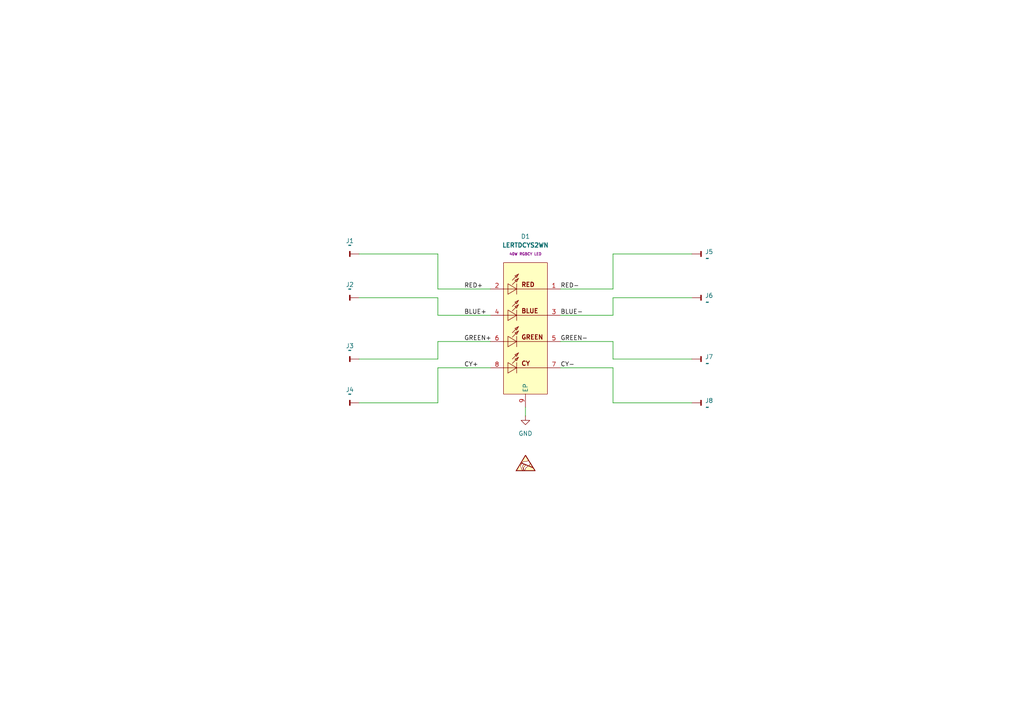
<source format=kicad_sch>
(kicad_sch (version 20231120) (generator "eeschema") (generator_version "8.0")
  (paper "A4")
  (title_block (title "AstraBeam LED") (date "2024-11-03") (rev "A") (company "LiveAstra Technologies"))
  (lib_symbols
    (symbol "Graphic:SYM_ESD_Small" (in_bom no) (on_board no)
      (symbol "SYM_ESD_Small_0_0"
        (polyline (pts (xy -1.27 0.381) (xy 2.159 -1.016)) (stroke (width 0.254)))
        (polyline (pts (xy -2.667 -1.905) (xy 2.794 -1.905) (xy 0 2.54) (xy -2.667 -1.905)) (stroke (width 0.254)))
        (polyline (pts (xy 2.7432 -1.905) (xy 2.7178 -1.8796) (xy 2.6162 -1.6764) (xy 2.5654 -1.6002) (xy 2.4892 -1.4986) (xy 2.4384 -1.3716) (xy 1.7526 -0.2286) (xy 1.7018 -0.127) (xy 1.6256 -0.0508) (xy 1.6002 0.0508) (xy 1.5494 0.1016) (xy 1.4986 0.2032) (xy 1.4732 0.2286) (xy 1.4732 0.2032) (xy 1.4478 0.2032) (xy 1.3208 0.0762) (xy 1.2954 0.0254) (xy 1.2954 -0.0254) (xy 1.27 -0.0762) (xy 1.2446 -0.1524) (xy 1.143 -0.254) (xy 1.0922 -0.3302) (xy 1.0414 -0.3556) (xy 0.9144 -0.4826) (xy 0.762 -0.5842) (xy 0.6604 -0.6604) (xy 0.508 -0.762) (xy 0.4572 -0.8128) (xy 0.3556 -0.8636) (xy 0.3048 -0.9144) (xy 0.2286 -0.9652) (xy 0.0762 -1.1938) (xy 0.0254 -1.2954) (xy -0.0254 -1.4224) (xy -0.0508 -1.4986) (xy -0.1016 -1.5748) (xy -0.127 -1.651) (xy -0.1778 -1.6764) (xy -0.2032 -1.7272) (xy -0.254 -1.7526) (xy -0.4064 -1.7526) (xy -0.4064 -1.7272) (xy -0.4572 -1.7018) (xy -0.4826 -1.6256) (xy -0.508 -1.524) (xy -0.508 -1.0922) (xy -0.4572 -0.889) (xy -0.4064 -0.8128) (xy -0.254 -0.6604) (xy -0.2032 -0.5842) (xy -0.127 -0.5334) (xy -0.1016 -0.4826) (xy -0.0762 -0.4064) (xy -0.0508 -0.3556) (xy -0.0254 -0.3302) (xy -0.0254 -0.2794) (xy 0 -0.2286) (xy -0.0762 -0.1524) (xy -0.127 -0.127) (xy -0.1524 -0.0762) (xy -0.2032 -0.0508) (xy -0.2286 -0.0254) (xy -0.254 -0.0254) (xy -0.3048 -0.0762) (xy -0.3556 -0.1016) (xy -0.4318 -0.127) (xy -0.4826 -0.1524) (xy -0.5588 -0.2286) (xy -0.6096 -0.254) (xy -0.8382 -0.4826) (xy -0.8128 -0.5588) (xy -0.7874 -0.5842) (xy -0.7874 -0.8636) (xy -0.8128 -0.889) (xy -0.8128 -0.9652) (xy -0.762 -1.016) (xy -0.762 -1.0414) (xy -0.6604 -1.2954) (xy -0.6604 -1.5748) (xy -0.6858 -1.6002) (xy -0.6858 -1.6256) (xy -0.7366 -1.7018) (xy -0.8382 -1.7526) (xy -0.9144 -1.7526) (xy -0.9398 -1.7272) (xy -0.9652 -1.6764) (xy -1.016 -1.6002) (xy -1.0414 -1.524) (xy -1.143 -1.27) (xy -1.2192 -1.0414) (xy -1.27 -0.9652) (xy -1.2954 -0.889) (xy -1.3208 -0.8382) (xy -1.3208 -0.8128) (xy -1.3716 -0.7112) (xy -1.397 -0.5842) (xy -1.397 -0.4826) (xy -1.3716 -0.381) (xy -1.3208 -0.254) (xy -1.2954 -0.2032) (xy -1.1938 -0.0508) (xy -1.0414 0.1524) (xy -0.9906 0.2032) (xy -0.9652 0.254) (xy -0.9144 0.3302) (xy -0.889 0.381) (xy -0.8636 0.381) (xy -0.8128 0.508) (xy -0.6096 0.7112) (xy -0.5334 0.7366) (xy -0.508 0.762) (xy -0.4318 0.762) (xy -0.3556 0.7874) (xy -0.2286 0.8128) (xy -0.1016 0.8128) (xy 0.0508 0.8382) (xy 0.2032 0.8382) (xy 0.3048 0.8636) (xy 0.4826 0.8636) (xy 0.5334 0.889) (xy 0.5842 0.889) (xy 0.6858 0.9398) (xy 0.7112 0.9652) (xy 0.762 0.9906) (xy 0.8128 1.0414) (xy 0.8636 1.0668) (xy 0.889 1.1176) (xy 0.9144 1.143) (xy 0.9144 1.1938) (xy 0.889 1.2192) (xy 0.8636 1.27) (xy 0.8128 1.3462) (xy 0.7112 1.5494) (xy 0.635 1.651) (xy 0.5842 1.7526) (xy 0.508 1.8796) (xy 0.4572 1.9558) (xy 0.381 2.0828) (xy 0.3048 2.1844) (xy 0.254 2.286) (xy 0.2032 2.3622) (xy 0.1778 2.4384) (xy 0.1016 2.5146) (xy 0.1016 2.54) (xy 0.0762 2.5654) (xy 0.0762 2.5908) (xy 0.0254 2.5908) (xy 0.0254 2.5654) (xy -0.0254 2.5146) (xy -0.1016 2.3622) (xy -0.254 2.1336) (xy -0.3048 2.032) (xy -0.4572 1.778) (xy -0.5588 1.6256) (xy -0.762 1.27) (xy -0.889 1.0668) (xy -1.016 0.8382) (xy -1.1684 0.6096) (xy -1.3208 0.3302) (xy -1.397 0.2032) (xy -1.524 -0.0254) (xy -1.778 -0.4318) (xy -1.8796 -0.635) (xy -2.0066 -0.8128) (xy -2.1082 -0.9906) (xy -2.2098 -1.143) (xy -2.286 -1.2954) (xy -2.4384 -1.5494) (xy -2.4892 -1.651) (xy -2.5654 -1.7526) (xy -2.5908 -1.8288) (xy -2.6162 -1.8796) (xy -2.6416 -1.905) (xy -2.6416 -1.9304) (xy 2.7432 -1.9304) (xy 2.7432 -1.905)) (stroke (width 0.127)) (fill (type background)))
      )
    )
    (symbol "LiveAstra:J_1_SolderPad" (pin_numbers hide) (pin_names hide)
      (property "Reference" "J" (at 0 2.54 0))
      (symbol "J_1_SolderPad_1_1"
        (rectangle (start -0.254 -0.762) (end 0 0.762) (fill (type outline)))
        (pin passive line (at 2.54 0 180) (length 2.54) (name "1") (number "1"))
      )
    )
    (symbol "LiveAstra:LED_RGBA_3A_LERTDCYS2WN"
      (property "Reference" "D" (at 0 25.4 0))
      (property "Value" "LERTDCYS2WN" (at 0 22.86 0))
      (property "Extra Value" "40W RGBCY LED" (at 0 20.32 0))
      (symbol "LED_RGBA_3A_LERTDCYS2WN_0_1"
        (rectangle (start -6.35 17.78) (end 6.35 -20.32) (fill (type background)))
        (polyline (pts (xy -6.35 -12.7) (xy 6.35 -12.7)))
        (polyline (pts (xy -6.35 -5.08) (xy 6.35 -5.08)))
        (polyline (pts (xy -6.35 2.54) (xy 6.35 2.54)))
        (polyline (pts (xy -6.35 10.16) (xy 6.35 10.16)))
        (polyline (pts (xy -3.81 -11.43) (xy -2.03 -9.65)))
        (polyline (pts (xy -3.81 -10.16) (xy -2.03 -8.38)))
        (polyline (pts (xy -3.81 -3.81) (xy -2.03 -2.03)))
        (polyline (pts (xy -3.81 -2.54) (xy -2.03 -0.76)))
        (polyline (pts (xy -3.81 3.81) (xy -2.03 5.59)))
        (polyline (pts (xy -3.81 5.08) (xy -2.03 6.86)))
        (polyline (pts (xy -3.81 11.43) (xy -2.03 13.21)))
        (polyline (pts (xy -3.81 12.7) (xy -2.03 14.48)))
        (polyline (pts (xy -2.54 -11.18) (xy -2.54 -14.22)))
        (polyline (pts (xy -2.54 -3.56) (xy -2.54 -6.6)))
        (polyline (pts (xy -2.54 4.06) (xy -2.54 1.02)))
        (polyline (pts (xy -2.54 11.68) (xy -2.54 8.64)))
        (polyline (pts (xy -5.08 -14.22) (xy -2.54 -12.7) (xy -5.08 -11.18) (xy -5.08 -14.22)) (fill (type background)))
        (polyline (pts (xy -5.08 -6.6) (xy -2.54 -5.08) (xy -5.08 -3.56) (xy -5.08 -6.6)) (fill (type background)))
        (polyline (pts (xy -5.08 1.02) (xy -2.54 2.54) (xy -5.08 4.06) (xy -5.08 1.02)) (fill (type background)))
        (polyline (pts (xy -5.08 8.64) (xy -2.54 10.16) (xy -5.08 11.68) (xy -5.08 8.64)) (fill (type background)))
        (polyline (pts (xy -2.03 -9.65) (xy -3.05 -10.16) (xy -2.54 -10.67) (xy -2.03 -9.65)) (fill (type background)))
        (polyline (pts (xy -2.03 -8.38) (xy -3.05 -8.89) (xy -2.54 -9.4) (xy -2.03 -8.38)) (fill (type background)))
        (polyline (pts (xy -2.03 -2.03) (xy -3.05 -2.54) (xy -2.54 -3.05) (xy -2.03 -2.03)) (fill (type background)))
        (polyline (pts (xy -2.03 -0.76) (xy -3.05 -1.27) (xy -2.54 -1.78) (xy -2.03 -0.76)) (fill (type background)))
        (polyline (pts (xy -2.03 5.59) (xy -3.05 5.08) (xy -2.54 4.57) (xy -2.03 5.59)) (fill (type background)))
        (polyline (pts (xy -2.03 6.86) (xy -3.05 6.35) (xy -2.54 5.84) (xy -2.03 6.86)) (fill (type background)))
        (polyline (pts (xy -2.03 13.21) (xy -3.05 12.7) (xy -2.54 12.19) (xy -2.03 13.21)) (fill (type background)))
        (polyline (pts (xy -2.03 14.48) (xy -3.05 13.97) (xy -2.54 13.46) (xy -2.03 14.48)) (fill (type background)))
      )
      (symbol "LED_RGBA_3A_LERTDCYS2WN_1_1"
        (text "BLUE" (at -1.27 3.81 0) (effects (font (size 1.27 1.27) (bold yes)) (justify left)))
        (text "CY" (at -1.27 -11.43 0) (effects (font (size 1.27 1.27) (bold yes)) (justify left)))
        (text "GREEN" (at -1.27 -3.81 0) (effects (font (size 1.27 1.27) (bold yes)) (justify left)))
        (text "RED" (at -1.27 11.43 0) (effects (font (size 1.27 1.27) (bold yes)) (justify left)))
        (pin passive line (at 10.16 10.16 180) (length 3.81) (name "") (number "1"))
        (pin passive line (at -10.16 10.16 0) (length 3.81) (name "") (number "2"))
        (pin passive line (at 10.16 2.54 180) (length 3.81) (name "") (number "3"))
        (pin passive line (at -10.16 2.54 0) (length 3.81) (name "") (number "4"))
        (pin passive line (at 10.16 -5.08 180) (length 3.81) (name "") (number "5"))
        (pin passive line (at -10.16 -5.08 0) (length 3.81) (name "") (number "6"))
        (pin passive line (at 10.16 -12.7 180) (length 3.81) (name "") (number "7"))
        (pin passive line (at -10.16 -12.7 0) (length 3.81) (name "") (number "8"))
        (pin passive line (at 0 -24.13 90) (length 3.81) (name "EP") (number "9"))
      )
    )
    (symbol "power:GND" (power) (pin_numbers hide) (pin_names (offset 0) hide)
      (property "Value" "GND" (at 0 -3.81 0))
      (symbol "GND_0_1"
        (polyline (pts (xy 0 0) (xy 0 -1.27) (xy 1.27 -1.27) (xy 0 -2.54) (xy -1.27 -1.27) (xy 0 -1.27)))
      )
      (symbol "GND_1_1"
        (pin power_in line (at 0 0 270) (length 0) (name "~") (number "1"))
      )
    )
  )
  (wire (pts (xy 127 106.68) (xy 127 116.84)))
  (wire (pts (xy 177.8 106.68) (xy 177.8 116.84)))
  (wire (pts (xy 127 86.36) (xy 127 91.44)))
  (wire (pts (xy 127 99.06) (xy 127 104.14)))
  (wire (pts (xy 127 73.66) (xy 127 83.82)))
  (wire (pts (xy 127 99.06) (xy 142.24 99.06)))
  (wire (pts (xy 177.8 86.36) (xy 177.8 91.44)))
  (wire (pts (xy 152.4 118.11) (xy 152.4 120.65)))
  (wire (pts (xy 104.14 116.84) (xy 127 116.84)))
  (wire (pts (xy 177.8 116.84) (xy 200.66 116.84)))
  (wire (pts (xy 162.56 91.44) (xy 177.8 91.44)))
  (wire (pts (xy 162.56 99.06) (xy 177.8 99.06)))
  (wire (pts (xy 177.8 73.66) (xy 200.66 73.66)))
  (wire (pts (xy 177.8 86.36) (xy 200.66 86.36)))
  (wire (pts (xy 127 83.82) (xy 142.24 83.82)))
  (wire (pts (xy 104.14 73.66) (xy 127 73.66)))
  (wire (pts (xy 127 91.44) (xy 142.24 91.44)))
  (wire (pts (xy 127 106.68) (xy 142.24 106.68)))
  (wire (pts (xy 162.56 106.68) (xy 177.8 106.68)))
  (wire (pts (xy 177.8 73.66) (xy 177.8 83.82)))
  (wire (pts (xy 104.14 104.14) (xy 127 104.14)))
  (wire (pts (xy 104.14 86.36) (xy 127 86.36)))
  (wire (pts (xy 162.56 83.82) (xy 177.8 83.82)))
  (wire (pts (xy 177.8 99.06) (xy 177.8 104.14)))
  (wire (pts (xy 177.8 104.14) (xy 200.66 104.14)))
  (label "GREEN-" (at 162.56 99.06 0))
  (label "RED+" (at 134.62 83.82 0))
  (label "CY+" (at 134.62 106.68 0))
  (label "BLUE+" (at 134.62 91.44 0))
  (label "BLUE-" (at 162.56 91.44 0))
  (label "CY-" (at 162.56 106.68 0))
  (label "RED-" (at 162.56 83.82 0))
  (label "GREEN+" (at 134.62 99.06 0))
  (symbol (lib_id "power:GND") (at 152.4 120.65 0) (unit 1)
    (property "Reference" "#PWR01" (effects (hide yes)))
    (property "Value" "GND" (at 152.4 125.73 0))
    (property "Description" "Power symbol creates a global label with name \"GND\" , ground" (effects (hide yes)))
  )
  (symbol (lib_id "LiveAstra:J_1_SolderPad") (at 101.6 104.14 0) (unit 1)
    (property "Reference" "J3" (at 101.473 100.33 0))
    (property "Value" "~" (at 101.473 101.6 0) (effects (font (bold yes))))
    (property "Footprint" "LiveAstra:SolderWirePad_1x01_SMD_5x10mm" (effects (hide yes)))
    (property "Datasheet" "https://www.te.com/en/product-41290.html" (effects (hide yes)))
    (property "Description" "1 Connection Solder Pad" (effects (hide yes)))
  )
  (symbol (lib_id "LiveAstra:J_1_SolderPad") (at 203.2 73.66 180) (unit 1)
    (property "Reference" "J5" (at 204.47 73.0249 0) (effects (justify right)))
    (property "Value" "~" (at 204.47 74.9299 0) (effects (font (bold yes)) (justify right)))
    (property "Footprint" "LiveAstra:SolderWirePad_1x01_SMD_5x10mm" (effects (hide yes)))
    (property "Datasheet" "https://www.te.com/en/product-41290.html" (effects (hide yes)))
    (property "Description" "1 Connection Solder Pad" (effects (hide yes)))
  )
  (symbol (lib_id "LiveAstra:J_1_SolderPad") (at 203.2 116.84 180) (unit 1)
    (property "Reference" "J8" (at 204.47 116.2049 0) (effects (justify right)))
    (property "Value" "~" (at 204.47 118.1099 0) (effects (font (bold yes)) (justify right)))
    (property "Footprint" "LiveAstra:SolderWirePad_1x01_SMD_5x10mm" (effects (hide yes)))
    (property "Datasheet" "https://www.te.com/en/product-41290.html" (effects (hide yes)))
    (property "Description" "1 Connection Solder Pad" (effects (hide yes)))
  )
  (symbol (lib_id "LiveAstra:J_1_SolderPad") (at 101.6 73.66 0) (unit 1)
    (property "Reference" "J1" (at 101.473 69.85 0))
    (property "Value" "~" (at 101.473 71.12 0) (effects (font (bold yes))))
    (property "Footprint" "LiveAstra:SolderWirePad_1x01_SMD_5x10mm" (effects (hide yes)))
    (property "Datasheet" "https://www.te.com/en/product-41290.html" (effects (hide yes)))
    (property "Description" "1 Connection Solder Pad" (effects (hide yes)))
  )
  (symbol (lib_id "LiveAstra:J_1_SolderPad") (at 203.2 104.14 180) (unit 1)
    (property "Reference" "J7" (at 204.47 103.5049 0) (effects (justify right)))
    (property "Value" "~" (at 204.47 105.4099 0) (effects (font (bold yes)) (justify right)))
    (property "Footprint" "LiveAstra:SolderWirePad_1x01_SMD_5x10mm" (effects (hide yes)))
    (property "Datasheet" "https://www.te.com/en/product-41290.html" (effects (hide yes)))
    (property "Description" "1 Connection Solder Pad" (effects (hide yes)))
  )
  (symbol (lib_id "LiveAstra:LED_RGBA_3A_LERTDCYS2WN") (at 152.4 93.98 0) (unit 1)
    (property "Reference" "D1" (at 152.4 68.58 0))
    (property "Value" "LERTDCYS2WN" (at 152.4 71.12 0) (effects (font (bold yes))))
    (property "Footprint" "LiveAstra:LED_LERTDCYS2WN" (effects (hide yes)))
    (property "Datasheet" "https://look.ams-osram.com/m/5570f492f84c2084/original/LE-RTDCY-S2WN.pdf" (effects (hide yes)))
    (property "Description" "1A Red,Blue,Yellow,Emerald SMD,5.8x4.7mm LED Indication - Discrete ROHS" (effects (hide yes)))
    (property "LCSC Part" "C2899869" (effects (hide yes)))
    (property "MPN" "LERTDCYS2WN-KBLA-1+MANA-P+AXAZ-3+LBMB-YS" (effects (hide yes)))
    (property "MFN" "OSRAM Opto Semicon" (effects (hide yes)))
    (property "Extra Value" "40W RGBCY LED" (at 152.4 73.66 0) (effects (font (size 0.762 0.762) (bold yes))))
  )
  (symbol (lib_id "LiveAstra:J_1_SolderPad") (at 101.6 86.36 0) (unit 1)
    (property "Reference" "J2" (at 101.473 82.55 0))
    (property "Value" "~" (at 101.473 83.82 0) (effects (font (bold yes))))
    (property "Footprint" "LiveAstra:SolderWirePad_1x01_SMD_5x10mm" (effects (hide yes)))
    (property "Datasheet" "https://www.te.com/en/product-41290.html" (effects (hide yes)))
    (property "Description" "1 Connection Solder Pad" (effects (hide yes)))
  )
  (symbol (lib_id "LiveAstra:J_1_SolderPad") (at 101.6 116.84 0) (unit 1)
    (property "Reference" "J4" (at 101.473 113.03 0))
    (property "Value" "~" (at 101.473 114.3 0) (effects (font (bold yes))))
    (property "Footprint" "LiveAstra:SolderWirePad_1x01_SMD_5x10mm" (effects (hide yes)))
    (property "Datasheet" "https://www.te.com/en/product-41290.html" (effects (hide yes)))
    (property "Description" "1 Connection Solder Pad" (effects (hide yes)))
  )
  (symbol (lib_id "LiveAstra:J_1_SolderPad") (at 203.2 86.36 180) (unit 1)
    (property "Reference" "J6" (at 204.47 85.7249 0) (effects (justify right)))
    (property "Value" "~" (at 204.47 87.6299 0) (effects (font (bold yes)) (justify right)))
    (property "Footprint" "LiveAstra:SolderWirePad_1x01_SMD_5x10mm" (effects (hide yes)))
    (property "Datasheet" "https://www.te.com/en/product-41290.html" (effects (hide yes)))
    (property "Description" "1 Connection Solder Pad" (effects (hide yes)))
  )
  (symbol (lib_id "Graphic:SYM_ESD_Small") (at 152.4 134.62 0) (unit 1) (exclude_from_sim yes)
    (property "Reference" "#SYM1" (effects (hide yes)))
    (property "Value" "SYM_ESD_Small" (effects (hide yes)))
    (property "Footprint" "Symbol:Symbol_ESD-Logo-Text_CopperTop" (effects (hide yes)))
    (property "Description" "ESD warning/\"Do not touch\" symbol, small" (effects (hide yes)))
  )
)
</source>
